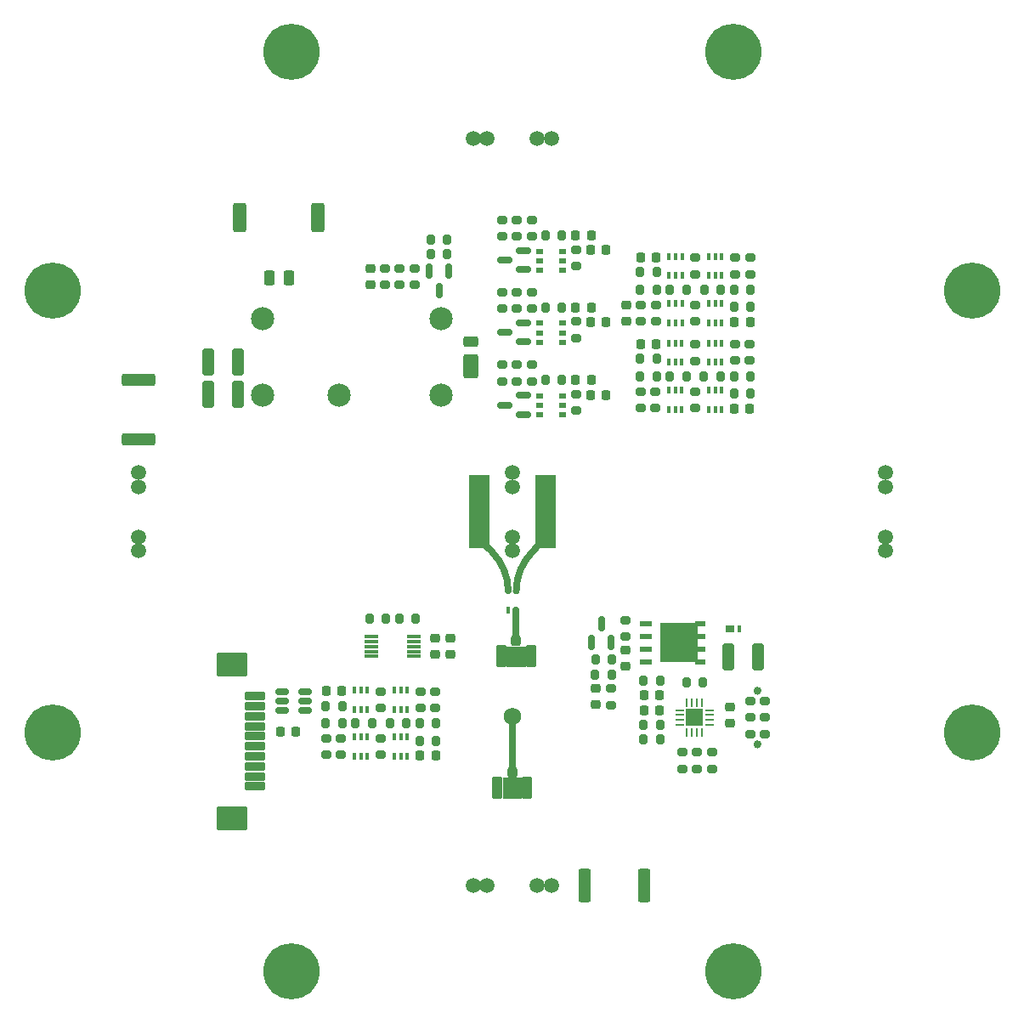
<source format=gbr>
%TF.GenerationSoftware,KiCad,Pcbnew,9.0.1*%
%TF.CreationDate,2025-06-24T16:04:45-04:00*%
%TF.ProjectId,-Z,2d5a2e6b-6963-4616-945f-706362585858,rev?*%
%TF.SameCoordinates,Original*%
%TF.FileFunction,Soldermask,Bot*%
%TF.FilePolarity,Negative*%
%FSLAX46Y46*%
G04 Gerber Fmt 4.6, Leading zero omitted, Abs format (unit mm)*
G04 Created by KiCad (PCBNEW 9.0.1) date 2025-06-24 16:04:45*
%MOMM*%
%LPD*%
G01*
G04 APERTURE LIST*
G04 Aperture macros list*
%AMRoundRect*
0 Rectangle with rounded corners*
0 $1 Rounding radius*
0 $2 $3 $4 $5 $6 $7 $8 $9 X,Y pos of 4 corners*
0 Add a 4 corners polygon primitive as box body*
4,1,4,$2,$3,$4,$5,$6,$7,$8,$9,$2,$3,0*
0 Add four circle primitives for the rounded corners*
1,1,$1+$1,$2,$3*
1,1,$1+$1,$4,$5*
1,1,$1+$1,$6,$7*
1,1,$1+$1,$8,$9*
0 Add four rect primitives between the rounded corners*
20,1,$1+$1,$2,$3,$4,$5,0*
20,1,$1+$1,$4,$5,$6,$7,0*
20,1,$1+$1,$6,$7,$8,$9,0*
20,1,$1+$1,$8,$9,$2,$3,0*%
G04 Aperture macros list end*
%ADD10C,0.686258*%
%ADD11C,0.381002*%
%ADD12C,0.762000*%
%ADD13C,3.800000*%
%ADD14C,5.600000*%
%ADD15C,1.500000*%
%ADD16C,1.727200*%
%ADD17RoundRect,0.225000X0.225000X0.250000X-0.225000X0.250000X-0.225000X-0.250000X0.225000X-0.250000X0*%
%ADD18RoundRect,0.200000X-0.275000X0.200000X-0.275000X-0.200000X0.275000X-0.200000X0.275000X0.200000X0*%
%ADD19R,0.700000X0.510000*%
%ADD20RoundRect,0.200000X0.275000X-0.200000X0.275000X0.200000X-0.275000X0.200000X-0.275000X-0.200000X0*%
%ADD21RoundRect,0.218750X-0.256250X0.218750X-0.256250X-0.218750X0.256250X-0.218750X0.256250X0.218750X0*%
%ADD22R,2.000000X7.400000*%
%ADD23RoundRect,0.250000X-0.250000X0.275000X-0.250000X-0.275000X0.250000X-0.275000X0.250000X0.275000X0*%
%ADD24RoundRect,0.250000X-0.275000X0.850000X-0.275000X-0.850000X0.275000X-0.850000X0.275000X0.850000X0*%
%ADD25RoundRect,0.200000X0.200000X0.275000X-0.200000X0.275000X-0.200000X-0.275000X0.200000X-0.275000X0*%
%ADD26RoundRect,0.218750X-0.218750X-0.256250X0.218750X-0.256250X0.218750X0.256250X-0.218750X0.256250X0*%
%ADD27RoundRect,0.100000X0.100000X-0.225000X0.100000X0.225000X-0.100000X0.225000X-0.100000X-0.225000X0*%
%ADD28RoundRect,0.218750X0.218750X0.256250X-0.218750X0.256250X-0.218750X-0.256250X0.218750X-0.256250X0*%
%ADD29RoundRect,0.200000X-0.200000X-0.275000X0.200000X-0.275000X0.200000X0.275000X-0.200000X0.275000X0*%
%ADD30RoundRect,0.225000X0.250000X-0.225000X0.250000X0.225000X-0.250000X0.225000X-0.250000X-0.225000X0*%
%ADD31R,1.422400X0.304800*%
%ADD32RoundRect,0.100000X-0.100000X0.225000X-0.100000X-0.225000X0.100000X-0.225000X0.100000X0.225000X0*%
%ADD33RoundRect,0.250000X-0.300000X-0.475000X0.300000X-0.475000X0.300000X0.475000X-0.300000X0.475000X0*%
%ADD34RoundRect,0.250000X-0.425000X-1.200000X0.425000X-1.200000X0.425000X1.200000X-0.425000X1.200000X0*%
%ADD35RoundRect,0.218750X0.256250X-0.218750X0.256250X0.218750X-0.256250X0.218750X-0.256250X-0.218750X0*%
%ADD36RoundRect,0.150000X0.150000X-0.587500X0.150000X0.587500X-0.150000X0.587500X-0.150000X-0.587500X0*%
%ADD37C,2.304000*%
%ADD38RoundRect,0.225000X-0.225000X-0.250000X0.225000X-0.250000X0.225000X0.250000X-0.225000X0.250000X0*%
%ADD39RoundRect,0.225000X-0.250000X0.225000X-0.250000X-0.225000X0.250000X-0.225000X0.250000X0.225000X0*%
%ADD40RoundRect,0.102000X0.950000X-0.300000X0.950000X0.300000X-0.950000X0.300000X-0.950000X-0.300000X0*%
%ADD41RoundRect,0.102000X1.400000X-1.050000X1.400000X1.050000X-1.400000X1.050000X-1.400000X-1.050000X0*%
%ADD42RoundRect,0.250000X0.325000X1.100000X-0.325000X1.100000X-0.325000X-1.100000X0.325000X-1.100000X0*%
%ADD43RoundRect,0.250000X-1.425000X0.362500X-1.425000X-0.362500X1.425000X-0.362500X1.425000X0.362500X0*%
%ADD44RoundRect,0.250000X0.362500X1.425000X-0.362500X1.425000X-0.362500X-1.425000X0.362500X-1.425000X0*%
%ADD45RoundRect,0.150000X0.587500X0.150000X-0.587500X0.150000X-0.587500X-0.150000X0.587500X-0.150000X0*%
%ADD46R,1.270000X0.610000*%
%ADD47R,3.810000X3.910000*%
%ADD48R,1.020000X0.610000*%
%ADD49RoundRect,0.150000X-0.512500X-0.150000X0.512500X-0.150000X0.512500X0.150000X-0.512500X0.150000X0*%
%ADD50R,0.400000X0.750000*%
%ADD51RoundRect,0.250000X-0.325000X-1.100000X0.325000X-1.100000X0.325000X1.100000X-0.325000X1.100000X0*%
%ADD52RoundRect,0.150000X-0.150000X0.587500X-0.150000X-0.587500X0.150000X-0.587500X0.150000X0.587500X0*%
%ADD53RoundRect,0.075000X-0.390000X-0.275000X0.390000X-0.275000X0.390000X0.275000X-0.390000X0.275000X0*%
%ADD54RoundRect,0.075000X-0.075000X-0.275000X0.075000X-0.275000X0.075000X0.275000X-0.075000X0.275000X0*%
%ADD55R,0.254000X0.812800*%
%ADD56R,0.812800X0.254000*%
%ADD57R,1.752600X1.752600*%
%ADD58RoundRect,0.250000X-0.500000X0.950000X-0.500000X-0.950000X0.500000X-0.950000X0.500000X0.950000X0*%
%ADD59RoundRect,0.250000X-0.500000X0.275000X-0.500000X-0.275000X0.500000X-0.275000X0.500000X0.275000X0*%
G04 APERTURE END LIST*
D10*
X164000001Y-125972600D02*
X164000001Y-120366999D01*
X164400001Y-112758199D02*
X164400000Y-109835400D01*
X161983972Y-103983972D02*
G75*
G02*
X163599984Y-107885399I-3901472J-3901428D01*
G01*
X161983972Y-103983972D02*
X161100000Y-103100000D01*
X164400001Y-107885399D02*
G75*
G02*
X166016020Y-103984000I5517399J-1D01*
G01*
X166016010Y-103983990D02*
X166600000Y-103400000D01*
D11*
X188629302Y-117830802D02*
G75*
G02*
X188248300Y-117830802I-190501J0D01*
G01*
X188248300Y-117830802D02*
G75*
G02*
X188629302Y-117830802I190501J0D01*
G01*
X188629301Y-123164801D02*
G75*
G02*
X188248299Y-123164801I-190501J0D01*
G01*
X188248299Y-123164801D02*
G75*
G02*
X188629301Y-123164801I190501J0D01*
G01*
%TO.C,J4*%
G36*
X163060001Y-126507599D02*
G01*
X164940001Y-126507599D01*
X164940001Y-128597599D01*
X163060001Y-128597599D01*
X163060001Y-126507599D01*
G37*
%TO.C,J3*%
G36*
X163460001Y-113401200D02*
G01*
X165340001Y-113401200D01*
X165340001Y-115491200D01*
X163460001Y-115491200D01*
X163460001Y-113401200D01*
G37*
%TD*%
D12*
%TO.C,H2*%
X144200001Y-145800000D03*
X143555751Y-147355750D03*
X143555751Y-144244250D03*
X142000001Y-148000000D03*
D13*
X142000001Y-145800000D03*
D14*
X142000001Y-145800000D03*
D12*
X142000001Y-143600000D03*
X140444251Y-147355750D03*
X140444251Y-144244250D03*
X139800001Y-145800000D03*
%TD*%
D15*
%TO.C,JP5*%
X164000001Y-96100000D03*
X164000001Y-97499999D03*
X164000001Y-102499999D03*
X164000001Y-103899998D03*
%TD*%
D12*
%TO.C,H8*%
X212000000Y-121999999D03*
X211355750Y-123555749D03*
X211355750Y-120444249D03*
X209800000Y-124199999D03*
D13*
X209800000Y-121999999D03*
D14*
X209800000Y-121999999D03*
D12*
X209800000Y-119799999D03*
X208244250Y-123555749D03*
X208244250Y-120444249D03*
X207600000Y-121999999D03*
%TD*%
%TO.C,H5*%
X144200001Y-54200000D03*
X143555751Y-55755750D03*
X143555751Y-52644250D03*
X142000001Y-56400000D03*
D13*
X142000001Y-54200000D03*
D14*
X142000001Y-54200000D03*
D12*
X142000001Y-52000000D03*
X140444251Y-55755750D03*
X140444251Y-52644250D03*
X139800001Y-54200000D03*
%TD*%
%TO.C,H7*%
X212000000Y-78000000D03*
X211355750Y-79555750D03*
X211355750Y-76444250D03*
X209800000Y-80200000D03*
D13*
X209800000Y-78000000D03*
D14*
X209800000Y-78000000D03*
D12*
X209800000Y-75800000D03*
X208244250Y-79555750D03*
X208244250Y-76444250D03*
X207600000Y-78000000D03*
%TD*%
D16*
%TO.C,AE3*%
X164000000Y-120400000D03*
%TD*%
D15*
%TO.C,JP1*%
X167900000Y-62789000D03*
X166500001Y-62789000D03*
X161500001Y-62789000D03*
X160100002Y-62789000D03*
%TD*%
D12*
%TO.C,H4*%
X120400001Y-78000000D03*
X119755751Y-79555750D03*
X119755751Y-76444250D03*
X118200001Y-80200000D03*
D13*
X118200001Y-78000000D03*
D14*
X118200001Y-78000000D03*
D12*
X118200001Y-75800000D03*
X116644251Y-79555750D03*
X116644251Y-76444250D03*
X116000001Y-78000000D03*
%TD*%
%TO.C,H3*%
X120400001Y-121999999D03*
X119755751Y-123555749D03*
X119755751Y-120444249D03*
X118200001Y-124199999D03*
D13*
X118200001Y-121999999D03*
D14*
X118200001Y-121999999D03*
D12*
X118200001Y-119799999D03*
X116644251Y-123555749D03*
X116644251Y-120444249D03*
X116000001Y-121999999D03*
%TD*%
D15*
%TO.C,JP4*%
X126789000Y-103899999D03*
X126789000Y-102500000D03*
X126789000Y-97500000D03*
X126789000Y-96100001D03*
%TD*%
D12*
%TO.C,H1*%
X188200000Y-145800000D03*
X187555750Y-147355750D03*
X187555750Y-144244250D03*
X186000000Y-148000000D03*
D13*
X186000000Y-145800000D03*
D14*
X186000000Y-145800000D03*
D12*
X186000000Y-143600000D03*
X184444250Y-147355750D03*
X184444250Y-144244250D03*
X183800000Y-145800000D03*
%TD*%
%TO.C,H6*%
X188200000Y-54200000D03*
X187555750Y-55755750D03*
X187555750Y-52644250D03*
X186000000Y-56400000D03*
D13*
X186000000Y-54200000D03*
D14*
X186000000Y-54200000D03*
D12*
X186000000Y-52000000D03*
X184444250Y-55755750D03*
X184444250Y-52644250D03*
X183800000Y-54200000D03*
%TD*%
D17*
%TO.C,C11*%
X147008600Y-117868399D03*
X145458600Y-117868399D03*
%TD*%
D18*
%TO.C,R68*%
X154894999Y-117907000D03*
X154894999Y-119557000D03*
%TD*%
D19*
%TO.C,Q11*%
X166700801Y-90358200D03*
X166700801Y-89408200D03*
X166700801Y-88458200D03*
X169020801Y-88458200D03*
X169020801Y-89408200D03*
X169020801Y-90358200D03*
%TD*%
D20*
%TO.C,R33*%
X162984001Y-86982000D03*
X162984001Y-85332000D03*
%TD*%
D21*
%TO.C,D6*%
X172339000Y-117625199D03*
X172339000Y-119200201D03*
%TD*%
D22*
%TO.C,AE2*%
X160700000Y-99999800D03*
%TD*%
D18*
%TO.C,R52*%
X187672802Y-83286800D03*
X187672802Y-84936800D03*
%TD*%
%TO.C,R25*%
X165930401Y-78092999D03*
X165930401Y-79742999D03*
%TD*%
D23*
%TO.C,J4*%
X164000001Y-125972599D03*
D24*
X165475001Y-127497599D03*
X162525001Y-127497599D03*
%TD*%
D22*
%TO.C,AE1*%
X167300000Y-99999800D03*
%TD*%
D25*
%TO.C,R75*%
X156416200Y-121068800D03*
X154766200Y-121068800D03*
%TD*%
D26*
%TO.C,F2*%
X170324500Y-72466400D03*
X171899502Y-72466400D03*
%TD*%
D27*
%TO.C,Q15*%
X180906000Y-85112600D03*
X180256000Y-85112599D03*
X179606000Y-85112600D03*
X179606000Y-83212600D03*
X180256000Y-83212601D03*
X180906000Y-83212600D03*
%TD*%
D25*
%TO.C,R51*%
X178735202Y-122707598D03*
X177085202Y-122707598D03*
%TD*%
D20*
%TO.C,R46*%
X189175400Y-122147802D03*
X189175400Y-120497802D03*
%TD*%
D18*
%TO.C,R66*%
X156353200Y-117906999D03*
X156353200Y-119556999D03*
%TD*%
D28*
%TO.C,D5*%
X173372701Y-88366800D03*
X171797699Y-88366800D03*
%TD*%
D20*
%TO.C,R20*%
X164457200Y-72554799D03*
X164457200Y-70904799D03*
%TD*%
D25*
%TO.C,R64*%
X151413800Y-110667999D03*
X149763800Y-110667999D03*
%TD*%
D20*
%TO.C,R47*%
X187702199Y-120497801D03*
X187702199Y-118847801D03*
%TD*%
D29*
%TO.C,R7*%
X176753601Y-76134200D03*
X178403601Y-76134200D03*
%TD*%
%TO.C,R6*%
X176753600Y-77861399D03*
X178403600Y-77861399D03*
%TD*%
D30*
%TO.C,C10*%
X156329201Y-114160800D03*
X156329201Y-112610800D03*
%TD*%
D31*
%TO.C,U4*%
X149941101Y-114411201D03*
X149941101Y-113911199D03*
X149941101Y-113411200D03*
X149941101Y-112911201D03*
X149941101Y-112411199D03*
X154233701Y-112411199D03*
X154233701Y-112911201D03*
X154233701Y-113411200D03*
X154233701Y-113911199D03*
X154233701Y-114411201D03*
%TD*%
D32*
%TO.C,Q21*%
X152248800Y-122455599D03*
X152898800Y-122455600D03*
X153548800Y-122455599D03*
X153548800Y-124355599D03*
X152898800Y-124355598D03*
X152248800Y-124355599D03*
%TD*%
D33*
%TO.C,J2*%
X139780800Y-76675398D03*
X141780800Y-76675398D03*
D34*
X136885800Y-70680399D03*
X144675800Y-70680399D03*
%TD*%
D19*
%TO.C,Q9*%
X166700801Y-83119200D03*
X166700801Y-82169200D03*
X166700801Y-81219200D03*
X169020801Y-81219200D03*
X169020801Y-82169200D03*
X169020801Y-83119200D03*
%TD*%
D20*
%TO.C,R15*%
X152798600Y-77380800D03*
X152798600Y-75730800D03*
%TD*%
%TO.C,R60*%
X178274801Y-89661200D03*
X178274801Y-88011200D03*
%TD*%
D35*
%TO.C,F1*%
X175353801Y-80985700D03*
X175353801Y-79410698D03*
%TD*%
D20*
%TO.C,R27*%
X162984001Y-79743000D03*
X162984001Y-78093000D03*
%TD*%
D36*
%TO.C,Q12*%
X173828701Y-113025600D03*
X171928701Y-113025600D03*
X172878701Y-111150600D03*
%TD*%
D28*
%TO.C,D3*%
X173347301Y-73939599D03*
X171772299Y-73939599D03*
%TD*%
D35*
%TO.C,D2*%
X149852200Y-77343300D03*
X149852200Y-75768298D03*
%TD*%
D18*
%TO.C,R37*%
X173812200Y-117589800D03*
X173812200Y-119239800D03*
%TD*%
D20*
%TO.C,R21*%
X162984001Y-72554800D03*
X162984001Y-70904800D03*
%TD*%
D37*
%TO.C,U2*%
X146793600Y-88417600D03*
X139173600Y-80797600D03*
X139173600Y-88417600D03*
X156953600Y-88417600D03*
X156953600Y-80797600D03*
%TD*%
D17*
%TO.C,C2*%
X178353600Y-74661000D03*
X176803600Y-74661000D03*
%TD*%
D18*
%TO.C,R19*%
X165930401Y-70904799D03*
X165930401Y-72554799D03*
%TD*%
D35*
%TO.C,F6*%
X157802401Y-114173300D03*
X157802401Y-112598298D03*
%TD*%
D29*
%TO.C,R38*%
X172276000Y-116202900D03*
X173926000Y-116202900D03*
%TD*%
D27*
%TO.C,Q20*%
X149586399Y-124355599D03*
X148936399Y-124355598D03*
X148286399Y-124355599D03*
X148286399Y-122455599D03*
X148936399Y-122455600D03*
X149586399Y-122455599D03*
%TD*%
D26*
%TO.C,F4*%
X170324500Y-86893600D03*
X171899502Y-86893600D03*
%TD*%
D17*
%TO.C,C9*%
X178685199Y-119761200D03*
X177135199Y-119761200D03*
%TD*%
D38*
%TO.C,C7*%
X186135800Y-89699799D03*
X187685800Y-89699799D03*
%TD*%
D25*
%TO.C,R4*%
X181375400Y-77861399D03*
X179725400Y-77861399D03*
%TD*%
%TO.C,R18*%
X157535201Y-72847400D03*
X155885201Y-72847400D03*
%TD*%
D29*
%TO.C,R73*%
X151794400Y-121068799D03*
X153444400Y-121068799D03*
%TD*%
D25*
%TO.C,R67*%
X150040799Y-121068800D03*
X148390799Y-121068800D03*
%TD*%
D23*
%TO.C,J3*%
X164400001Y-112866200D03*
D24*
X165875001Y-114391200D03*
X162925001Y-114391200D03*
%TD*%
D27*
%TO.C,Q3*%
X180921001Y-81148200D03*
X180271001Y-81148199D03*
X179621001Y-81148200D03*
X179621001Y-79248200D03*
X180271001Y-79248201D03*
X180921001Y-79248200D03*
%TD*%
D39*
%TO.C,C5*%
X185670201Y-119468799D03*
X185670201Y-121018799D03*
%TD*%
D40*
%TO.C,J1*%
X138398801Y-127359990D03*
X138398801Y-126359990D03*
X138398801Y-125359990D03*
X138398801Y-124359990D03*
X138398801Y-123359991D03*
X138398801Y-122359991D03*
X138398801Y-121359990D03*
X138398801Y-120359990D03*
X138398801Y-119359990D03*
X138398801Y-118359990D03*
D41*
X136048801Y-130509990D03*
X136048801Y-115210010D03*
%TD*%
D15*
%TO.C,JP3*%
X201211001Y-97500000D03*
X201211001Y-96100001D03*
X201211001Y-103899999D03*
X201211001Y-102500000D03*
%TD*%
D26*
%TO.C,F3*%
X170324500Y-79654600D03*
X171899502Y-79654600D03*
%TD*%
D25*
%TO.C,R76*%
X156416199Y-122795999D03*
X154766199Y-122795999D03*
%TD*%
D29*
%TO.C,R28*%
X167315201Y-79654600D03*
X168965201Y-79654600D03*
%TD*%
%TO.C,R41*%
X181340000Y-116992601D03*
X182990000Y-116992601D03*
%TD*%
D20*
%TO.C,R71*%
X150917599Y-119556999D03*
X150917599Y-117906999D03*
%TD*%
D29*
%TO.C,R17*%
X155885201Y-74320600D03*
X157535201Y-74320600D03*
%TD*%
D27*
%TO.C,Q19*%
X149586399Y-119681999D03*
X148936399Y-119681998D03*
X148286399Y-119681999D03*
X148286399Y-117781999D03*
X148936399Y-117782000D03*
X149586399Y-117781999D03*
%TD*%
D17*
%TO.C,C6*%
X178338600Y-83299000D03*
X176788600Y-83299000D03*
%TD*%
D18*
%TO.C,R5*%
X186214600Y-74699599D03*
X186214600Y-76349599D03*
%TD*%
D42*
%TO.C,C14*%
X136646001Y-85115600D03*
X133695999Y-85115600D03*
%TD*%
D17*
%TO.C,C8*%
X178685202Y-118288003D03*
X177135202Y-118288003D03*
%TD*%
D29*
%TO.C,R65*%
X152761001Y-110668000D03*
X154411001Y-110668000D03*
%TD*%
D43*
%TO.C,R30*%
X126789000Y-86877500D03*
X126789000Y-92802500D03*
%TD*%
D18*
%TO.C,R3*%
X187687802Y-74699599D03*
X187687802Y-76349599D03*
%TD*%
D29*
%TO.C,R56*%
X176738600Y-84772199D03*
X178388600Y-84772199D03*
%TD*%
D20*
%TO.C,R9*%
X176816600Y-81023200D03*
X176816600Y-79373200D03*
%TD*%
D32*
%TO.C,Q1*%
X183583400Y-74574599D03*
X184233400Y-74574600D03*
X184883400Y-74574599D03*
X184883400Y-76474599D03*
X184233400Y-76474598D03*
X183583400Y-76474599D03*
%TD*%
D20*
%TO.C,R11*%
X178289801Y-81023200D03*
X178289801Y-79373200D03*
%TD*%
D25*
%TO.C,R13*%
X187750801Y-79603799D03*
X186100801Y-79603799D03*
%TD*%
D19*
%TO.C,Q7*%
X166700801Y-75931000D03*
X166700801Y-74981000D03*
X166700801Y-74031000D03*
X169020801Y-74031000D03*
X169020801Y-74981000D03*
X169020801Y-75931000D03*
%TD*%
D28*
%TO.C,D4*%
X173347301Y-81127799D03*
X171772299Y-81127799D03*
%TD*%
D32*
%TO.C,Q18*%
X152248800Y-117781999D03*
X152898800Y-117782000D03*
X153548800Y-117781999D03*
X153548800Y-119681999D03*
X152898800Y-119681998D03*
X152248800Y-119681999D03*
%TD*%
D44*
%TO.C,R24*%
X177122501Y-137211000D03*
X171197501Y-137211000D03*
%TD*%
D20*
%TO.C,R8*%
X182252200Y-76349599D03*
X182252200Y-74699599D03*
%TD*%
D18*
%TO.C,R31*%
X165930401Y-85331999D03*
X165930401Y-86981999D03*
%TD*%
D32*
%TO.C,Q17*%
X183568400Y-87886199D03*
X184218400Y-87886200D03*
X184868400Y-87886199D03*
X184868400Y-89786199D03*
X184218400Y-89786198D03*
X183568400Y-89786199D03*
%TD*%
D20*
%TO.C,R48*%
X187702201Y-122147802D03*
X187702201Y-120497802D03*
%TD*%
%TO.C,R29*%
X170350000Y-82689400D03*
X170350000Y-81039400D03*
%TD*%
%TO.C,R32*%
X164457200Y-86981999D03*
X164457200Y-85331999D03*
%TD*%
D29*
%TO.C,R22*%
X167315201Y-72466400D03*
X168965201Y-72466400D03*
%TD*%
D18*
%TO.C,R16*%
X154271800Y-75730799D03*
X154271800Y-77380799D03*
%TD*%
%TO.C,R40*%
X175308400Y-110791599D03*
X175308400Y-112441599D03*
%TD*%
%TO.C,R14*%
X182252201Y-79373200D03*
X182252201Y-81023200D03*
%TD*%
D45*
%TO.C,Q8*%
X165115300Y-81168399D03*
X165115300Y-83068399D03*
X163240300Y-82118399D03*
%TD*%
D46*
%TO.C,Q13*%
X177298400Y-114960600D03*
X177298401Y-113690600D03*
X177298401Y-112420600D03*
X177298400Y-111150600D03*
D47*
X180658401Y-113055600D03*
D48*
X182763401Y-111150600D03*
X182763401Y-112420600D03*
X182763401Y-113690600D03*
X182763401Y-114960600D03*
%TD*%
D18*
%TO.C,R63*%
X182237201Y-88011200D03*
X182237201Y-89661200D03*
%TD*%
D20*
%TO.C,R44*%
X183892202Y-125590000D03*
X183892202Y-123940000D03*
%TD*%
D45*
%TO.C,Q10*%
X165115300Y-88407399D03*
X165115300Y-90307399D03*
X163240300Y-89357399D03*
%TD*%
D49*
%TO.C,U5*%
X141114601Y-119796799D03*
X141114601Y-118846800D03*
X141114601Y-117896801D03*
X143389601Y-117896801D03*
X143389601Y-118846800D03*
X143389601Y-119796799D03*
%TD*%
D42*
%TO.C,C15*%
X136646002Y-88324199D03*
X133696000Y-88324199D03*
%TD*%
D20*
%TO.C,R78*%
X151325401Y-77380799D03*
X151325401Y-75730799D03*
%TD*%
D32*
%TO.C,Q14*%
X183568400Y-83212600D03*
X184218400Y-83212601D03*
X184868400Y-83212600D03*
X184868400Y-85112600D03*
X184218400Y-85112599D03*
X183568400Y-85112600D03*
%TD*%
D20*
%TO.C,R23*%
X170350000Y-75526599D03*
X170350000Y-73876599D03*
%TD*%
D25*
%TO.C,R61*%
X187735800Y-86499400D03*
X186085800Y-86499400D03*
%TD*%
D50*
%TO.C,BA1*%
X164400001Y-109835399D03*
X163600001Y-109835399D03*
X163600001Y-107885399D03*
X164400001Y-107885399D03*
%TD*%
D51*
%TO.C,C4*%
X185557767Y-114470275D03*
X188507769Y-114470275D03*
%TD*%
D21*
%TO.C,F5*%
X175308401Y-113800899D03*
X175308401Y-115375901D03*
%TD*%
D20*
%TO.C,R57*%
X182237200Y-84987600D03*
X182237200Y-83337600D03*
%TD*%
D29*
%TO.C,R50*%
X177085199Y-121234400D03*
X178735199Y-121234400D03*
%TD*%
%TO.C,R69*%
X145419000Y-121068799D03*
X147069000Y-121068799D03*
%TD*%
%TO.C,R34*%
X167315201Y-86893600D03*
X168965201Y-86893600D03*
%TD*%
D25*
%TO.C,R39*%
X173932303Y-114729701D03*
X172282303Y-114729701D03*
%TD*%
D52*
%TO.C,Q5*%
X155760201Y-76050099D03*
X157660201Y-76050099D03*
X156710201Y-77925099D03*
%TD*%
D32*
%TO.C,Q4*%
X183583401Y-79248200D03*
X184233401Y-79248201D03*
X184883401Y-79248200D03*
X184883401Y-81148200D03*
X184233401Y-81148199D03*
X183583401Y-81148200D03*
%TD*%
D15*
%TO.C,JP2*%
X161500001Y-137211000D03*
X160100002Y-137211000D03*
X167900000Y-137211000D03*
X166500001Y-137211000D03*
%TD*%
D27*
%TO.C,Q16*%
X180906001Y-89786200D03*
X180256001Y-89786199D03*
X179606001Y-89786200D03*
X179606001Y-87886200D03*
X180256001Y-87886201D03*
X180906001Y-87886200D03*
%TD*%
D20*
%TO.C,R45*%
X189175398Y-120497801D03*
X189175398Y-118847801D03*
%TD*%
%TO.C,R72*%
X145482000Y-124230600D03*
X145482000Y-122580600D03*
%TD*%
D29*
%TO.C,R70*%
X145408600Y-119331400D03*
X147058600Y-119331400D03*
%TD*%
D25*
%TO.C,R49*%
X178735199Y-116814802D03*
X177085199Y-116814802D03*
%TD*%
D20*
%TO.C,R74*%
X146955200Y-124230600D03*
X146955200Y-122580600D03*
%TD*%
D27*
%TO.C,Q2*%
X180921001Y-76474600D03*
X180271001Y-76474599D03*
X179621001Y-76474600D03*
X179621001Y-74574600D03*
X180271001Y-74574601D03*
X180921001Y-74574600D03*
%TD*%
D38*
%TO.C,C12*%
X154816199Y-124269200D03*
X156366199Y-124269200D03*
%TD*%
D25*
%TO.C,R62*%
X187735800Y-88226599D03*
X186085800Y-88226599D03*
%TD*%
D29*
%TO.C,R59*%
X183114000Y-86499400D03*
X184764000Y-86499400D03*
%TD*%
D38*
%TO.C,C3*%
X186150800Y-81061799D03*
X187700800Y-81061799D03*
%TD*%
D18*
%TO.C,R42*%
X180945800Y-123940002D03*
X180945800Y-125590002D03*
%TD*%
D20*
%TO.C,R26*%
X164457200Y-79742999D03*
X164457200Y-78092999D03*
%TD*%
D29*
%TO.C,R55*%
X176738600Y-86499399D03*
X178388600Y-86499399D03*
%TD*%
D45*
%TO.C,Q6*%
X165115300Y-73980199D03*
X165115300Y-75880199D03*
X163240300Y-74930199D03*
%TD*%
D20*
%TO.C,R58*%
X176801600Y-89661200D03*
X176801600Y-88011200D03*
%TD*%
%TO.C,R43*%
X182419001Y-125590000D03*
X182419001Y-123940000D03*
%TD*%
D53*
%TO.C,D7*%
X185706369Y-111676275D03*
D54*
X186591368Y-111676275D03*
%TD*%
D18*
%TO.C,R77*%
X150917599Y-122580599D03*
X150917599Y-124230599D03*
%TD*%
D55*
%TO.C,U3*%
X181414999Y-119024599D03*
X181915000Y-119024599D03*
X182415000Y-119024599D03*
X182915001Y-119024599D03*
D56*
X183638200Y-119747798D03*
X183638200Y-120247799D03*
X183638200Y-120747799D03*
X183638200Y-121247800D03*
D55*
X182915001Y-121970999D03*
X182415000Y-121970999D03*
X181915000Y-121970999D03*
X181414999Y-121970999D03*
D56*
X180691800Y-121247800D03*
X180691800Y-120747799D03*
X180691800Y-120247799D03*
X180691800Y-119747798D03*
D57*
X182165000Y-120497799D03*
%TD*%
D38*
%TO.C,C13*%
X140873001Y-121869400D03*
X142423001Y-121869400D03*
%TD*%
D25*
%TO.C,R53*%
X181360401Y-86499399D03*
X179710401Y-86499399D03*
%TD*%
D18*
%TO.C,R54*%
X186199600Y-83286800D03*
X186199600Y-84936800D03*
%TD*%
D20*
%TO.C,R35*%
X170350001Y-89941600D03*
X170350001Y-88291600D03*
%TD*%
D58*
%TO.C,D1*%
X159910601Y-85457600D03*
D59*
X159910601Y-83082600D03*
%TD*%
D29*
%TO.C,R10*%
X183129000Y-77861400D03*
X184779000Y-77861400D03*
%TD*%
D25*
%TO.C,R12*%
X187750800Y-77861400D03*
X186100800Y-77861400D03*
%TD*%
M02*

</source>
